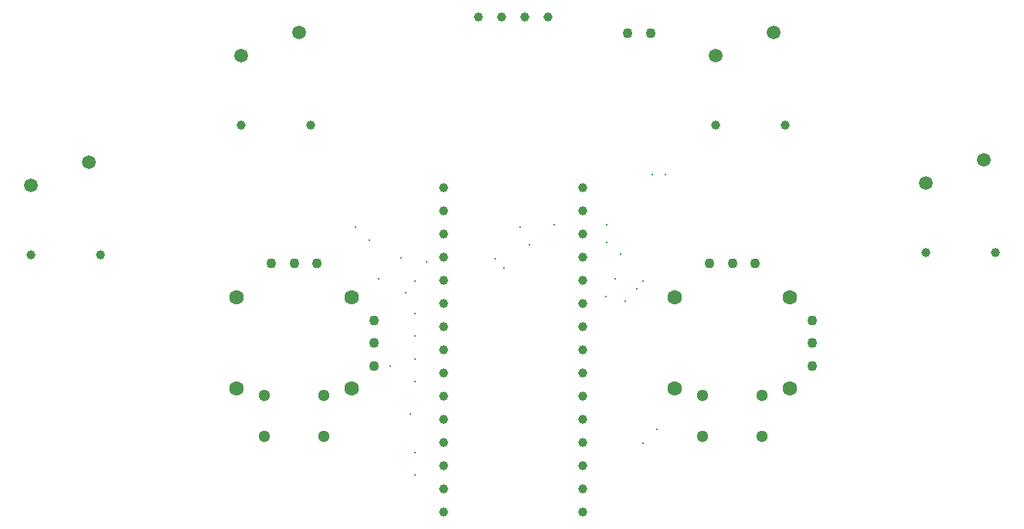
<source format=gbr>
%TF.GenerationSoftware,KiCad,Pcbnew,(6.0.9)*%
%TF.CreationDate,2023-05-29T17:24:43+10:00*%
%TF.ProjectId,Joysticks,4a6f7973-7469-4636-9b73-2e6b69636164,rev?*%
%TF.SameCoordinates,PX3d09000PY568bc30*%
%TF.FileFunction,Plated,1,2,PTH,Drill*%
%TF.FilePolarity,Positive*%
%FSLAX46Y46*%
G04 Gerber Fmt 4.6, Leading zero omitted, Abs format (unit mm)*
G04 Created by KiCad (PCBNEW (6.0.9)) date 2023-05-29 17:24:43*
%MOMM*%
%LPD*%
G01*
G04 APERTURE LIST*
%TA.AperFunction,ViaDrill*%
%ADD10C,0.300000*%
%TD*%
%TA.AperFunction,ComponentDrill*%
%ADD11C,1.000000*%
%TD*%
%TA.AperFunction,ComponentDrill*%
%ADD12C,1.100000*%
%TD*%
%TA.AperFunction,ComponentDrill*%
%ADD13C,1.300000*%
%TD*%
%TA.AperFunction,ComponentDrill*%
%ADD14C,1.500000*%
%TD*%
%TA.AperFunction,ComponentDrill*%
%ADD15C,1.600000*%
%TD*%
G04 APERTURE END LIST*
D10*
X18750000Y-7250000D03*
X20250000Y-8750000D03*
X21250000Y-13000000D03*
X22525500Y-22500000D03*
X23683411Y-10683411D03*
X24242915Y-14492916D03*
X24750000Y-27750000D03*
X25250000Y-13250000D03*
X25250000Y-16750000D03*
X25250000Y-19250000D03*
X25250000Y-21750000D03*
X25250000Y-24250000D03*
X25250000Y-32000000D03*
X25250000Y-34500000D03*
X26500000Y-11125500D03*
X34000000Y-10750000D03*
X35000000Y-11750000D03*
X36750000Y-7250000D03*
X37750000Y-9250000D03*
X40500000Y-7000000D03*
X46138411Y-14888411D03*
X46250000Y-7000000D03*
X46250000Y-9000000D03*
X47125500Y-13000000D03*
X47750000Y-10250000D03*
X48250000Y-15374500D03*
X49533118Y-14033118D03*
X50250000Y-13250000D03*
X50250000Y-31000000D03*
X51250000Y-1500000D03*
X51750000Y-29500000D03*
X52624500Y-1500000D03*
D11*
%TO.C,U3*%
X-16810000Y-10330000D03*
X-9190000Y-10330000D03*
%TO.C,U5*%
X6190000Y3920000D03*
X13810000Y3920000D03*
%TO.C,A1*%
X28390000Y-2950000D03*
X28390000Y-5490000D03*
X28390000Y-8030000D03*
X28390000Y-10570000D03*
X28390000Y-13110000D03*
X28390000Y-15650000D03*
X28390000Y-18190000D03*
X28390000Y-20730000D03*
X28390000Y-23270000D03*
X28390000Y-25810000D03*
X28390000Y-28350000D03*
X28390000Y-30890000D03*
X28390000Y-33430000D03*
X28390000Y-35970000D03*
X28390000Y-38510000D03*
%TO.C,J4*%
X32200000Y15775000D03*
X34740000Y15775000D03*
X37280000Y15775000D03*
X39820000Y15775000D03*
%TO.C,A1*%
X43630000Y-2950000D03*
X43630000Y-5490000D03*
X43630000Y-8030000D03*
X43630000Y-10570000D03*
X43630000Y-13110000D03*
X43630000Y-15650000D03*
X43630000Y-18190000D03*
X43630000Y-20730000D03*
X43630000Y-23270000D03*
X43630000Y-25810000D03*
X43630000Y-28350000D03*
X43630000Y-30890000D03*
X43630000Y-33430000D03*
X43630000Y-35970000D03*
X43630000Y-38510000D03*
%TO.C,U2*%
X58190000Y3920000D03*
X65810000Y3920000D03*
%TO.C,U4*%
X81190000Y-10080000D03*
X88810000Y-10080000D03*
D12*
%TO.C,U1*%
X9500000Y-11270000D03*
X12000000Y-11270000D03*
X14500000Y-11270000D03*
X20730000Y-17500000D03*
X20730000Y-20000000D03*
X20730000Y-22500000D03*
%TO.C,J1*%
X48480000Y14000000D03*
X51020000Y14000000D03*
%TO.C,U11*%
X57500000Y-11270000D03*
X60000000Y-11270000D03*
X62500000Y-11270000D03*
X68730000Y-17500000D03*
X68730000Y-20000000D03*
X68730000Y-22500000D03*
D13*
%TO.C,U1*%
X8750000Y-25750000D03*
X8750000Y-30250000D03*
X15250000Y-25750000D03*
X15250000Y-30250000D03*
%TO.C,U11*%
X56750000Y-25750000D03*
X56750000Y-30250000D03*
X63250000Y-25750000D03*
X63250000Y-30250000D03*
D14*
%TO.C,U3*%
X-16810000Y-2710000D03*
X-10490000Y-170000D03*
%TO.C,U5*%
X6190000Y11540000D03*
X12510000Y14080000D03*
%TO.C,U2*%
X58190000Y11540000D03*
X64510000Y14080000D03*
%TO.C,U4*%
X81190000Y-2460000D03*
X87510000Y80000D03*
D15*
%TO.C,U1*%
X5675000Y-15000000D03*
X5675000Y-25000000D03*
X18325000Y-15000000D03*
X18325000Y-25000000D03*
%TO.C,U11*%
X53675000Y-15000000D03*
X53675000Y-25000000D03*
X66325000Y-15000000D03*
X66325000Y-25000000D03*
M02*

</source>
